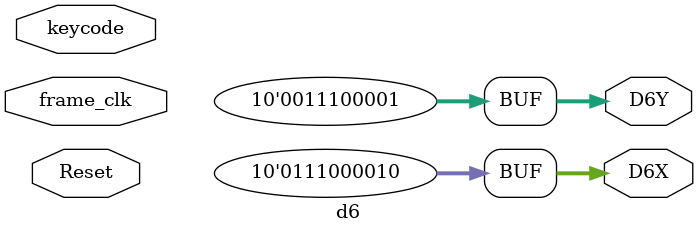
<source format=sv>



module  d6 ( input Reset, frame_clk, input [7:0] keycode,
               output [9:0]  D6X, D6Y);
    
       
    assign D6X = 450;
   
    assign D6Y = 225;
    

endmodule

</source>
